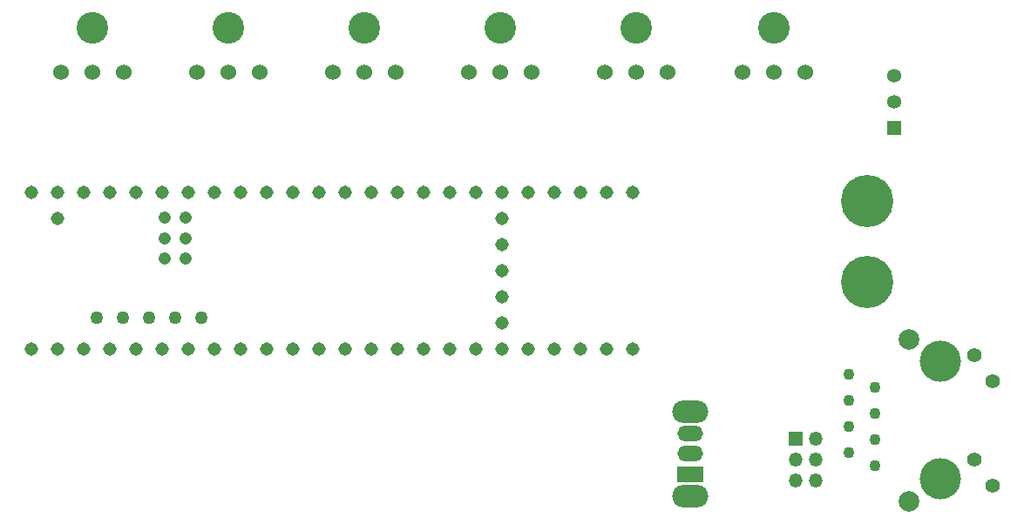
<source format=gbr>
%TF.GenerationSoftware,KiCad,Pcbnew,(5.1.10)-1*%
%TF.CreationDate,2022-03-09T20:01:01-06:00*%
%TF.ProjectId,Driveboard_2022,44726976-6562-46f6-9172-645f32303232,rev?*%
%TF.SameCoordinates,Original*%
%TF.FileFunction,Soldermask,Bot*%
%TF.FilePolarity,Negative*%
%FSLAX46Y46*%
G04 Gerber Fmt 4.6, Leading zero omitted, Abs format (unit mm)*
G04 Created by KiCad (PCBNEW (5.1.10)-1) date 2022-03-09 20:01:01*
%MOMM*%
%LPD*%
G01*
G04 APERTURE LIST*
%ADD10R,1.358000X1.358000*%
%ADD11C,1.358000*%
%ADD12C,1.308000*%
%ADD13C,1.258000*%
%ADD14C,1.208000*%
%ADD15C,1.100000*%
%ADD16C,4.000000*%
%ADD17C,1.400000*%
%ADD18C,2.000000*%
%ADD19O,1.350000X1.350000*%
%ADD20R,1.350000X1.350000*%
%ADD21O,3.500000X2.200000*%
%ADD22O,2.500000X1.500000*%
%ADD23R,2.500000X1.500000*%
%ADD24C,5.080000*%
%ADD25C,1.524000*%
%ADD26C,3.073400*%
G04 APERTURE END LIST*
D10*
%TO.C,U1*%
X112014000Y-34925000D03*
D11*
X112014000Y-32385000D03*
X112014000Y-29845000D03*
%TD*%
D12*
%TO.C,U2*%
X35814000Y-41148000D03*
X76454000Y-41148000D03*
X81534000Y-56388000D03*
X61214000Y-41148000D03*
X63754000Y-56388000D03*
X71374000Y-56388000D03*
X53594000Y-41148000D03*
X35814000Y-56388000D03*
X68834000Y-56388000D03*
X38354000Y-41148000D03*
X48514000Y-56388000D03*
X43434000Y-56388000D03*
X51054000Y-41148000D03*
X58674000Y-41148000D03*
D13*
X44704000Y-53338000D03*
D12*
X86614000Y-41148000D03*
X73914000Y-56388000D03*
X84074000Y-41148000D03*
X61214000Y-56388000D03*
X56134000Y-56388000D03*
X45974000Y-56388000D03*
D13*
X42164000Y-53338000D03*
D12*
X40894000Y-56388000D03*
X68834000Y-41148000D03*
X78994000Y-41148000D03*
D14*
X41164000Y-47598000D03*
D12*
X51054000Y-56388000D03*
X48514000Y-41148000D03*
X73914000Y-41148000D03*
X78994000Y-56388000D03*
X86614000Y-56388000D03*
X66294000Y-56388000D03*
X76454000Y-56388000D03*
X43434000Y-41148000D03*
X45974000Y-41148000D03*
D13*
X39624000Y-53338000D03*
D12*
X58674000Y-56388000D03*
X66294000Y-41148000D03*
D14*
X41164000Y-45598000D03*
D12*
X81534000Y-41148000D03*
X30734000Y-41148000D03*
X56134000Y-41148000D03*
D13*
X37084000Y-53338000D03*
D12*
X33274000Y-56388000D03*
D13*
X34544000Y-53338000D03*
D12*
X33274000Y-41148000D03*
X40894000Y-41148000D03*
X38354000Y-56388000D03*
X71374000Y-41148000D03*
X84074000Y-56388000D03*
X53594000Y-56388000D03*
X28194000Y-41148000D03*
X73914000Y-48768000D03*
D14*
X43164000Y-45598000D03*
D12*
X73914000Y-46228000D03*
X30734000Y-43688000D03*
X73914000Y-51308000D03*
X30734000Y-56388000D03*
D14*
X41164000Y-43598000D03*
D12*
X73914000Y-43688000D03*
D14*
X43164000Y-47598000D03*
X43164000Y-43598000D03*
D12*
X63754000Y-41148000D03*
X73914000Y-53848000D03*
X28194000Y-56388000D03*
%TD*%
D15*
%TO.C,J2*%
X107650000Y-58875200D03*
X107650000Y-61415200D03*
X107650000Y-63955200D03*
X107650000Y-66495200D03*
X110190000Y-60145200D03*
X110190000Y-62685200D03*
X110190000Y-65225200D03*
X110190000Y-67765200D03*
D16*
X116540000Y-57605200D03*
X116540000Y-69035200D03*
D17*
X121620000Y-59535200D03*
X119830000Y-67105200D03*
X119830000Y-56995200D03*
X121620000Y-69645200D03*
D18*
X113490000Y-71195200D03*
X113490000Y-55445200D03*
%TD*%
D19*
%TO.C,J1*%
X104457500Y-69151000D03*
X102457500Y-69151000D03*
X104457500Y-67151000D03*
X102457500Y-67151000D03*
X104457500Y-65151000D03*
D20*
X102457500Y-65151000D03*
%TD*%
D21*
%TO.C,SW4*%
X92202000Y-62480000D03*
X92202000Y-70680000D03*
D22*
X92202000Y-64580000D03*
X92202000Y-66580000D03*
D23*
X92202000Y-68580000D03*
%TD*%
D24*
%TO.C,Conn13*%
X109448600Y-49911000D03*
X109448600Y-42037000D03*
%TD*%
D25*
%TO.C,Conn6*%
X103378000Y-29464000D03*
D26*
X100330000Y-25146000D03*
D25*
X100330000Y-29464000D03*
X97282000Y-29464000D03*
%TD*%
%TO.C,Conn5*%
X90043000Y-29464000D03*
D26*
X86995000Y-25146000D03*
D25*
X86995000Y-29464000D03*
X83947000Y-29464000D03*
%TD*%
%TO.C,Conn4*%
X76835000Y-29464000D03*
D26*
X73787000Y-25146000D03*
D25*
X73787000Y-29464000D03*
X70739000Y-29464000D03*
%TD*%
%TO.C,Conn3*%
X63627000Y-29464000D03*
D26*
X60579000Y-25146000D03*
D25*
X60579000Y-29464000D03*
X57531000Y-29464000D03*
%TD*%
%TO.C,Conn2*%
X50419000Y-29464000D03*
D26*
X47371000Y-25146000D03*
D25*
X47371000Y-29464000D03*
X44323000Y-29464000D03*
%TD*%
%TO.C,Conn1*%
X37211000Y-29464000D03*
D26*
X34163000Y-25146000D03*
D25*
X34163000Y-29464000D03*
X31115000Y-29464000D03*
%TD*%
M02*

</source>
